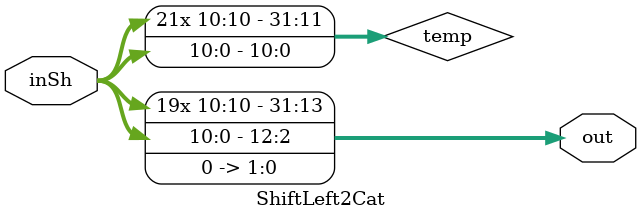
<source format=v>
`timescale 1ns / 1ps
module ShiftLeft2Cat(inSh, out);
	 
	 input [10:0] inSh;
	// input [3:0] inPC;
	 output reg [31:0] out;
	 reg [31:0] temp;

	always@(inSh)begin
		temp <= {{21{inSh[10]}}, inSh[10:0]};		
	end
	
	always@(temp)begin
		out <= temp << 2;
	end

endmodule

</source>
